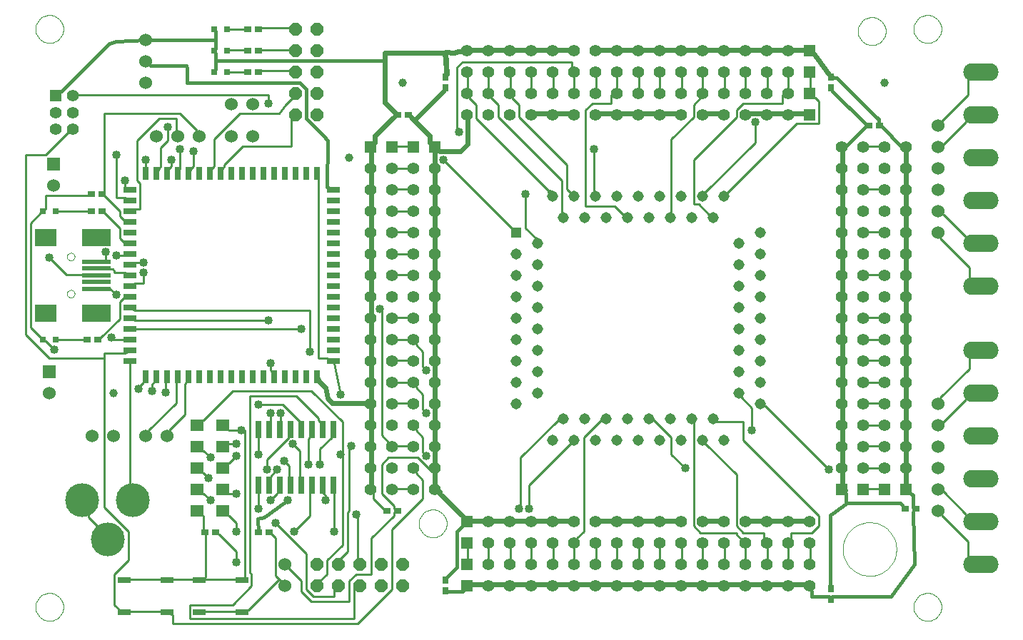
<source format=gtl>
G75*
G70*
%OFA0B0*%
%FSLAX24Y24*%
%IPPOS*%
%LPD*%
%AMOC8*
5,1,8,0,0,1.08239X$1,22.5*
%
%ADD10C,0.0000*%
%ADD11R,0.0515X0.0515*%
%ADD12C,0.0515*%
%ADD13R,0.0554X0.0554*%
%ADD14C,0.0554*%
%ADD15R,0.0354X0.0276*%
%ADD16R,0.0276X0.0354*%
%ADD17R,0.0315X0.0315*%
%ADD18R,0.0600X0.0300*%
%ADD19R,0.0300X0.0600*%
%ADD20R,0.0984X0.0787*%
%ADD21R,0.1378X0.0787*%
%ADD22R,0.1378X0.0197*%
%ADD23C,0.1580*%
%ADD24C,0.0394*%
%ADD25C,0.0600*%
%ADD26O,0.1650X0.0825*%
%ADD27R,0.0600X0.0600*%
%ADD28R,0.0260X0.0800*%
%ADD29OC8,0.0600*%
%ADD30R,0.0630X0.0551*%
%ADD31C,0.0100*%
%ADD32C,0.0400*%
%ADD33C,0.0240*%
%ADD34C,0.0160*%
D10*
X001864Y001833D02*
X001867Y001892D01*
X001875Y001951D01*
X001888Y002008D01*
X001907Y002065D01*
X001930Y002119D01*
X001959Y002171D01*
X001992Y002220D01*
X002029Y002266D01*
X002070Y002308D01*
X002115Y002346D01*
X002164Y002381D01*
X002215Y002410D01*
X002269Y002435D01*
X002324Y002455D01*
X002382Y002469D01*
X002440Y002479D01*
X002499Y002483D01*
X002558Y002481D01*
X002617Y002475D01*
X002675Y002463D01*
X002732Y002445D01*
X002786Y002423D01*
X002839Y002396D01*
X002889Y002364D01*
X002936Y002328D01*
X002979Y002287D01*
X003018Y002243D01*
X003053Y002196D01*
X003084Y002145D01*
X003110Y002092D01*
X003131Y002037D01*
X003147Y001980D01*
X003158Y001922D01*
X003163Y001863D01*
X003163Y001803D01*
X003158Y001744D01*
X003147Y001686D01*
X003131Y001629D01*
X003110Y001574D01*
X003084Y001521D01*
X003053Y001470D01*
X003018Y001423D01*
X002979Y001379D01*
X002936Y001338D01*
X002889Y001302D01*
X002839Y001270D01*
X002786Y001243D01*
X002732Y001221D01*
X002675Y001203D01*
X002617Y001191D01*
X002558Y001185D01*
X002499Y001183D01*
X002440Y001187D01*
X002382Y001197D01*
X002324Y001211D01*
X002269Y001231D01*
X002215Y001256D01*
X002164Y001285D01*
X002115Y001320D01*
X002070Y001358D01*
X002029Y001400D01*
X001992Y001446D01*
X001959Y001495D01*
X001930Y001547D01*
X001907Y001601D01*
X001888Y001658D01*
X001875Y001715D01*
X001867Y001774D01*
X001864Y001833D01*
X019764Y005733D02*
X019767Y005792D01*
X019775Y005851D01*
X019788Y005908D01*
X019807Y005965D01*
X019830Y006019D01*
X019859Y006071D01*
X019892Y006120D01*
X019929Y006166D01*
X019970Y006208D01*
X020015Y006246D01*
X020064Y006281D01*
X020115Y006310D01*
X020169Y006335D01*
X020224Y006355D01*
X020282Y006369D01*
X020340Y006379D01*
X020399Y006383D01*
X020458Y006381D01*
X020517Y006375D01*
X020575Y006363D01*
X020632Y006345D01*
X020686Y006323D01*
X020739Y006296D01*
X020789Y006264D01*
X020836Y006228D01*
X020879Y006187D01*
X020918Y006143D01*
X020953Y006096D01*
X020984Y006045D01*
X021010Y005992D01*
X021031Y005937D01*
X021047Y005880D01*
X021058Y005822D01*
X021063Y005763D01*
X021063Y005703D01*
X021058Y005644D01*
X021047Y005586D01*
X021031Y005529D01*
X021010Y005474D01*
X020984Y005421D01*
X020953Y005370D01*
X020918Y005323D01*
X020879Y005279D01*
X020836Y005238D01*
X020789Y005202D01*
X020739Y005170D01*
X020686Y005143D01*
X020632Y005121D01*
X020575Y005103D01*
X020517Y005091D01*
X020458Y005085D01*
X020399Y005083D01*
X020340Y005087D01*
X020282Y005097D01*
X020224Y005111D01*
X020169Y005131D01*
X020115Y005156D01*
X020064Y005185D01*
X020015Y005220D01*
X019970Y005258D01*
X019929Y005300D01*
X019892Y005346D01*
X019859Y005395D01*
X019830Y005447D01*
X019807Y005501D01*
X019788Y005558D01*
X019775Y005615D01*
X019767Y005674D01*
X019764Y005733D01*
X003337Y016466D02*
X003339Y016493D01*
X003345Y016519D01*
X003355Y016545D01*
X003369Y016568D01*
X003386Y016589D01*
X003407Y016607D01*
X003429Y016621D01*
X003454Y016633D01*
X003480Y016640D01*
X003507Y016643D01*
X003534Y016642D01*
X003561Y016637D01*
X003586Y016628D01*
X003610Y016615D01*
X003632Y016598D01*
X003651Y016579D01*
X003666Y016556D01*
X003678Y016532D01*
X003686Y016506D01*
X003690Y016480D01*
X003690Y016452D01*
X003686Y016426D01*
X003678Y016400D01*
X003666Y016376D01*
X003651Y016353D01*
X003632Y016334D01*
X003610Y016317D01*
X003586Y016304D01*
X003561Y016295D01*
X003534Y016290D01*
X003507Y016289D01*
X003480Y016292D01*
X003454Y016299D01*
X003429Y016311D01*
X003407Y016325D01*
X003386Y016343D01*
X003369Y016364D01*
X003355Y016387D01*
X003345Y016413D01*
X003339Y016439D01*
X003337Y016466D01*
X003337Y018199D02*
X003339Y018226D01*
X003345Y018252D01*
X003355Y018278D01*
X003369Y018301D01*
X003386Y018322D01*
X003407Y018340D01*
X003429Y018354D01*
X003454Y018366D01*
X003480Y018373D01*
X003507Y018376D01*
X003534Y018375D01*
X003561Y018370D01*
X003586Y018361D01*
X003610Y018348D01*
X003632Y018331D01*
X003651Y018312D01*
X003666Y018289D01*
X003678Y018265D01*
X003686Y018239D01*
X003690Y018213D01*
X003690Y018185D01*
X003686Y018159D01*
X003678Y018133D01*
X003666Y018109D01*
X003651Y018086D01*
X003632Y018067D01*
X003610Y018050D01*
X003586Y018037D01*
X003561Y018028D01*
X003534Y018023D01*
X003507Y018022D01*
X003480Y018025D01*
X003454Y018032D01*
X003429Y018044D01*
X003407Y018058D01*
X003386Y018076D01*
X003369Y018097D01*
X003355Y018120D01*
X003345Y018146D01*
X003339Y018172D01*
X003337Y018199D01*
X001864Y028833D02*
X001867Y028892D01*
X001875Y028951D01*
X001888Y029008D01*
X001907Y029065D01*
X001930Y029119D01*
X001959Y029171D01*
X001992Y029220D01*
X002029Y029266D01*
X002070Y029308D01*
X002115Y029346D01*
X002164Y029381D01*
X002215Y029410D01*
X002269Y029435D01*
X002324Y029455D01*
X002382Y029469D01*
X002440Y029479D01*
X002499Y029483D01*
X002558Y029481D01*
X002617Y029475D01*
X002675Y029463D01*
X002732Y029445D01*
X002786Y029423D01*
X002839Y029396D01*
X002889Y029364D01*
X002936Y029328D01*
X002979Y029287D01*
X003018Y029243D01*
X003053Y029196D01*
X003084Y029145D01*
X003110Y029092D01*
X003131Y029037D01*
X003147Y028980D01*
X003158Y028922D01*
X003163Y028863D01*
X003163Y028803D01*
X003158Y028744D01*
X003147Y028686D01*
X003131Y028629D01*
X003110Y028574D01*
X003084Y028521D01*
X003053Y028470D01*
X003018Y028423D01*
X002979Y028379D01*
X002936Y028338D01*
X002889Y028302D01*
X002839Y028270D01*
X002786Y028243D01*
X002732Y028221D01*
X002675Y028203D01*
X002617Y028191D01*
X002558Y028185D01*
X002499Y028183D01*
X002440Y028187D01*
X002382Y028197D01*
X002324Y028211D01*
X002269Y028231D01*
X002215Y028256D01*
X002164Y028285D01*
X002115Y028320D01*
X002070Y028358D01*
X002029Y028400D01*
X001992Y028446D01*
X001959Y028495D01*
X001930Y028547D01*
X001907Y028601D01*
X001888Y028658D01*
X001875Y028715D01*
X001867Y028774D01*
X001864Y028833D01*
X040264Y028733D02*
X040267Y028792D01*
X040275Y028851D01*
X040288Y028908D01*
X040307Y028965D01*
X040330Y029019D01*
X040359Y029071D01*
X040392Y029120D01*
X040429Y029166D01*
X040470Y029208D01*
X040515Y029246D01*
X040564Y029281D01*
X040615Y029310D01*
X040669Y029335D01*
X040724Y029355D01*
X040782Y029369D01*
X040840Y029379D01*
X040899Y029383D01*
X040958Y029381D01*
X041017Y029375D01*
X041075Y029363D01*
X041132Y029345D01*
X041186Y029323D01*
X041239Y029296D01*
X041289Y029264D01*
X041336Y029228D01*
X041379Y029187D01*
X041418Y029143D01*
X041453Y029096D01*
X041484Y029045D01*
X041510Y028992D01*
X041531Y028937D01*
X041547Y028880D01*
X041558Y028822D01*
X041563Y028763D01*
X041563Y028703D01*
X041558Y028644D01*
X041547Y028586D01*
X041531Y028529D01*
X041510Y028474D01*
X041484Y028421D01*
X041453Y028370D01*
X041418Y028323D01*
X041379Y028279D01*
X041336Y028238D01*
X041289Y028202D01*
X041239Y028170D01*
X041186Y028143D01*
X041132Y028121D01*
X041075Y028103D01*
X041017Y028091D01*
X040958Y028085D01*
X040899Y028083D01*
X040840Y028087D01*
X040782Y028097D01*
X040724Y028111D01*
X040669Y028131D01*
X040615Y028156D01*
X040564Y028185D01*
X040515Y028220D01*
X040470Y028258D01*
X040429Y028300D01*
X040392Y028346D01*
X040359Y028395D01*
X040330Y028447D01*
X040307Y028501D01*
X040288Y028558D01*
X040275Y028615D01*
X040267Y028674D01*
X040264Y028733D01*
X042864Y028833D02*
X042867Y028892D01*
X042875Y028951D01*
X042888Y029008D01*
X042907Y029065D01*
X042930Y029119D01*
X042959Y029171D01*
X042992Y029220D01*
X043029Y029266D01*
X043070Y029308D01*
X043115Y029346D01*
X043164Y029381D01*
X043215Y029410D01*
X043269Y029435D01*
X043324Y029455D01*
X043382Y029469D01*
X043440Y029479D01*
X043499Y029483D01*
X043558Y029481D01*
X043617Y029475D01*
X043675Y029463D01*
X043732Y029445D01*
X043786Y029423D01*
X043839Y029396D01*
X043889Y029364D01*
X043936Y029328D01*
X043979Y029287D01*
X044018Y029243D01*
X044053Y029196D01*
X044084Y029145D01*
X044110Y029092D01*
X044131Y029037D01*
X044147Y028980D01*
X044158Y028922D01*
X044163Y028863D01*
X044163Y028803D01*
X044158Y028744D01*
X044147Y028686D01*
X044131Y028629D01*
X044110Y028574D01*
X044084Y028521D01*
X044053Y028470D01*
X044018Y028423D01*
X043979Y028379D01*
X043936Y028338D01*
X043889Y028302D01*
X043839Y028270D01*
X043786Y028243D01*
X043732Y028221D01*
X043675Y028203D01*
X043617Y028191D01*
X043558Y028185D01*
X043499Y028183D01*
X043440Y028187D01*
X043382Y028197D01*
X043324Y028211D01*
X043269Y028231D01*
X043215Y028256D01*
X043164Y028285D01*
X043115Y028320D01*
X043070Y028358D01*
X043029Y028400D01*
X042992Y028446D01*
X042959Y028495D01*
X042930Y028547D01*
X042907Y028601D01*
X042888Y028658D01*
X042875Y028715D01*
X042867Y028774D01*
X042864Y028833D01*
X039564Y004533D02*
X039569Y004647D01*
X039585Y004759D01*
X039610Y004870D01*
X039646Y004978D01*
X039691Y005083D01*
X039746Y005182D01*
X039809Y005277D01*
X039881Y005365D01*
X039961Y005447D01*
X040047Y005520D01*
X040140Y005586D01*
X040239Y005643D01*
X040342Y005691D01*
X040449Y005729D01*
X040560Y005757D01*
X040672Y005775D01*
X040786Y005783D01*
X040899Y005780D01*
X041012Y005767D01*
X041124Y005744D01*
X041233Y005711D01*
X041338Y005668D01*
X041439Y005616D01*
X041535Y005554D01*
X041625Y005484D01*
X041708Y005407D01*
X041784Y005322D01*
X041851Y005230D01*
X041910Y005133D01*
X041961Y005031D01*
X042001Y004925D01*
X042032Y004815D01*
X042052Y004703D01*
X042063Y004590D01*
X042063Y004476D01*
X042052Y004363D01*
X042032Y004251D01*
X042001Y004141D01*
X041961Y004035D01*
X041910Y003933D01*
X041851Y003836D01*
X041784Y003744D01*
X041708Y003659D01*
X041625Y003582D01*
X041535Y003512D01*
X041439Y003450D01*
X041338Y003398D01*
X041233Y003355D01*
X041124Y003322D01*
X041012Y003299D01*
X040899Y003286D01*
X040786Y003283D01*
X040672Y003291D01*
X040560Y003309D01*
X040449Y003337D01*
X040342Y003375D01*
X040239Y003423D01*
X040140Y003480D01*
X040047Y003546D01*
X039961Y003619D01*
X039881Y003701D01*
X039809Y003789D01*
X039746Y003884D01*
X039691Y003983D01*
X039646Y004088D01*
X039610Y004196D01*
X039585Y004307D01*
X039569Y004419D01*
X039564Y004533D01*
X042864Y001833D02*
X042867Y001892D01*
X042875Y001951D01*
X042888Y002008D01*
X042907Y002065D01*
X042930Y002119D01*
X042959Y002171D01*
X042992Y002220D01*
X043029Y002266D01*
X043070Y002308D01*
X043115Y002346D01*
X043164Y002381D01*
X043215Y002410D01*
X043269Y002435D01*
X043324Y002455D01*
X043382Y002469D01*
X043440Y002479D01*
X043499Y002483D01*
X043558Y002481D01*
X043617Y002475D01*
X043675Y002463D01*
X043732Y002445D01*
X043786Y002423D01*
X043839Y002396D01*
X043889Y002364D01*
X043936Y002328D01*
X043979Y002287D01*
X044018Y002243D01*
X044053Y002196D01*
X044084Y002145D01*
X044110Y002092D01*
X044131Y002037D01*
X044147Y001980D01*
X044158Y001922D01*
X044163Y001863D01*
X044163Y001803D01*
X044158Y001744D01*
X044147Y001686D01*
X044131Y001629D01*
X044110Y001574D01*
X044084Y001521D01*
X044053Y001470D01*
X044018Y001423D01*
X043979Y001379D01*
X043936Y001338D01*
X043889Y001302D01*
X043839Y001270D01*
X043786Y001243D01*
X043732Y001221D01*
X043675Y001203D01*
X043617Y001191D01*
X043558Y001185D01*
X043499Y001183D01*
X043440Y001187D01*
X043382Y001197D01*
X043324Y001211D01*
X043269Y001231D01*
X043215Y001256D01*
X043164Y001285D01*
X043115Y001320D01*
X043070Y001358D01*
X043029Y001400D01*
X042992Y001446D01*
X042959Y001495D01*
X042930Y001547D01*
X042907Y001601D01*
X042888Y001658D01*
X042875Y001715D01*
X042867Y001774D01*
X042864Y001833D01*
D11*
X024314Y019333D03*
D12*
X025314Y018833D03*
X024314Y018333D03*
X025314Y017833D03*
X024314Y017333D03*
X025314Y016833D03*
X024314Y016333D03*
X025314Y015833D03*
X024314Y015333D03*
X025314Y014833D03*
X024314Y014333D03*
X025314Y013833D03*
X024314Y013333D03*
X025314Y012833D03*
X024314Y012333D03*
X025314Y011833D03*
X024314Y011333D03*
X026514Y010633D03*
X027514Y010633D03*
X028514Y010633D03*
X029514Y010633D03*
X030514Y010633D03*
X031514Y010633D03*
X032514Y010633D03*
X033514Y010633D03*
X033014Y009633D03*
X032014Y009633D03*
X031014Y009633D03*
X030014Y009633D03*
X029014Y009633D03*
X028014Y009633D03*
X027014Y009633D03*
X026014Y009633D03*
X034014Y009633D03*
X035714Y011333D03*
X034714Y011833D03*
X035714Y012333D03*
X034714Y012833D03*
X035714Y013333D03*
X034714Y013833D03*
X035714Y014333D03*
X034714Y014833D03*
X035714Y015333D03*
X034714Y015833D03*
X035714Y016333D03*
X034714Y016833D03*
X035714Y017333D03*
X034714Y017833D03*
X035714Y018333D03*
X034714Y018833D03*
X035714Y019333D03*
X033514Y020033D03*
X032514Y020033D03*
X031514Y020033D03*
X030514Y020033D03*
X029514Y020033D03*
X028514Y020033D03*
X027514Y020033D03*
X026514Y020033D03*
X026014Y021033D03*
X027014Y021033D03*
X028014Y021033D03*
X029014Y021033D03*
X030014Y021033D03*
X031014Y021033D03*
X032014Y021033D03*
X033014Y021033D03*
X034014Y021033D03*
D13*
X038014Y024833D03*
X038014Y025833D03*
X038014Y026833D03*
X038014Y027833D03*
X020514Y023333D03*
X019514Y023333D03*
X018514Y023333D03*
X017514Y023333D03*
X002820Y025720D03*
X022014Y005833D03*
X022014Y004833D03*
X022014Y003833D03*
X022014Y002833D03*
X039514Y007333D03*
X040514Y007333D03*
X041514Y007333D03*
X042514Y007333D03*
D14*
X042514Y008333D03*
X041514Y008333D03*
X040514Y008333D03*
X039514Y008333D03*
X039514Y009333D03*
X040514Y009333D03*
X041514Y009333D03*
X042514Y009333D03*
X042514Y010333D03*
X041514Y010333D03*
X040514Y010333D03*
X039514Y010333D03*
X039514Y011333D03*
X040514Y011333D03*
X041514Y011333D03*
X042514Y011333D03*
X042514Y012333D03*
X041514Y012333D03*
X040514Y012333D03*
X039514Y012333D03*
X039514Y013333D03*
X040514Y013333D03*
X041514Y013333D03*
X042514Y013333D03*
X042514Y014333D03*
X041514Y014333D03*
X040514Y014333D03*
X039514Y014333D03*
X039514Y015333D03*
X040514Y015333D03*
X041514Y015333D03*
X042514Y015333D03*
X042514Y016333D03*
X041514Y016333D03*
X040514Y016333D03*
X039514Y016333D03*
X039514Y017333D03*
X040514Y017333D03*
X041514Y017333D03*
X042514Y017333D03*
X042514Y018333D03*
X041514Y018333D03*
X040514Y018333D03*
X039514Y018333D03*
X039514Y019333D03*
X040514Y019333D03*
X041514Y019333D03*
X042514Y019333D03*
X042514Y020333D03*
X041514Y020333D03*
X040514Y020333D03*
X039514Y020333D03*
X039514Y021333D03*
X040514Y021333D03*
X041514Y021333D03*
X042514Y021333D03*
X042514Y022333D03*
X041514Y022333D03*
X040514Y022333D03*
X039514Y022333D03*
X039514Y023333D03*
X040514Y023333D03*
X041514Y023333D03*
X042514Y023333D03*
X037014Y024833D03*
X036014Y024833D03*
X035014Y024833D03*
X034014Y024833D03*
X033014Y024833D03*
X032014Y024833D03*
X031014Y024833D03*
X030014Y024833D03*
X029014Y024833D03*
X028014Y024833D03*
X027014Y024833D03*
X026014Y024833D03*
X025014Y024833D03*
X024014Y024833D03*
X023014Y024833D03*
X022014Y024833D03*
X022014Y025833D03*
X023014Y025833D03*
X024014Y025833D03*
X025014Y025833D03*
X026014Y025833D03*
X027014Y025833D03*
X028014Y025833D03*
X029014Y025833D03*
X030014Y025833D03*
X031014Y025833D03*
X032014Y025833D03*
X033014Y025833D03*
X034014Y025833D03*
X035014Y025833D03*
X036014Y025833D03*
X037014Y025833D03*
X037014Y026833D03*
X036014Y026833D03*
X035014Y026833D03*
X034014Y026833D03*
X033014Y026833D03*
X032014Y026833D03*
X031014Y026833D03*
X030014Y026833D03*
X029014Y026833D03*
X028014Y026833D03*
X027014Y026833D03*
X026014Y026833D03*
X025014Y026833D03*
X024014Y026833D03*
X023014Y026833D03*
X022014Y026833D03*
X022014Y027833D03*
X023014Y027833D03*
X024014Y027833D03*
X025014Y027833D03*
X026014Y027833D03*
X027014Y027833D03*
X028014Y027833D03*
X029014Y027833D03*
X030014Y027833D03*
X031014Y027833D03*
X032014Y027833D03*
X033014Y027833D03*
X034014Y027833D03*
X035014Y027833D03*
X036014Y027833D03*
X037014Y027833D03*
X020514Y022333D03*
X019514Y022333D03*
X018514Y022333D03*
X017514Y022333D03*
X017514Y021333D03*
X018514Y021333D03*
X019514Y021333D03*
X020514Y021333D03*
X020514Y020333D03*
X019514Y020333D03*
X018514Y020333D03*
X017514Y020333D03*
X017514Y019333D03*
X018514Y019333D03*
X019514Y019333D03*
X020514Y019333D03*
X020514Y018333D03*
X019514Y018333D03*
X018514Y018333D03*
X017514Y018333D03*
X017514Y017333D03*
X018514Y017333D03*
X019514Y017333D03*
X020514Y017333D03*
X020514Y016333D03*
X019514Y016333D03*
X018514Y016333D03*
X017514Y016333D03*
X017514Y015333D03*
X018514Y015333D03*
X019514Y015333D03*
X020514Y015333D03*
X020514Y014333D03*
X019514Y014333D03*
X018514Y014333D03*
X017514Y014333D03*
X017514Y013333D03*
X018514Y013333D03*
X019514Y013333D03*
X020514Y013333D03*
X020514Y012333D03*
X019514Y012333D03*
X018514Y012333D03*
X017514Y012333D03*
X017514Y011333D03*
X018514Y011333D03*
X019514Y011333D03*
X020514Y011333D03*
X020514Y010333D03*
X019514Y010333D03*
X018514Y010333D03*
X017514Y010333D03*
X017514Y009333D03*
X018514Y009333D03*
X019514Y009333D03*
X020514Y009333D03*
X020514Y008333D03*
X019514Y008333D03*
X018514Y008333D03*
X017514Y008333D03*
X017514Y007333D03*
X018514Y007333D03*
X019514Y007333D03*
X020514Y007333D03*
X023014Y005833D03*
X024014Y005833D03*
X025014Y005833D03*
X026014Y005833D03*
X027014Y005833D03*
X028014Y005833D03*
X029014Y005833D03*
X030014Y005833D03*
X031014Y005833D03*
X032014Y005833D03*
X033014Y005833D03*
X034014Y005833D03*
X035014Y005833D03*
X036014Y005833D03*
X037014Y005833D03*
X038014Y005833D03*
X038014Y004833D03*
X037014Y004833D03*
X036014Y004833D03*
X035014Y004833D03*
X034014Y004833D03*
X033014Y004833D03*
X032014Y004833D03*
X031014Y004833D03*
X030014Y004833D03*
X029014Y004833D03*
X028014Y004833D03*
X027014Y004833D03*
X026014Y004833D03*
X025014Y004833D03*
X024014Y004833D03*
X023014Y004833D03*
X023014Y003833D03*
X024014Y003833D03*
X025014Y003833D03*
X026014Y003833D03*
X027014Y003833D03*
X028014Y003833D03*
X029014Y003833D03*
X030014Y003833D03*
X031014Y003833D03*
X032014Y003833D03*
X033014Y003833D03*
X034014Y003833D03*
X035014Y003833D03*
X036014Y003833D03*
X037014Y003833D03*
X038014Y003833D03*
X038014Y002833D03*
X037014Y002833D03*
X036014Y002833D03*
X035014Y002833D03*
X034014Y002833D03*
X033014Y002833D03*
X032014Y002833D03*
X031014Y002833D03*
X030014Y002833D03*
X029014Y002833D03*
X028014Y002833D03*
X027014Y002833D03*
X026014Y002833D03*
X025014Y002833D03*
X024014Y002833D03*
X023014Y002833D03*
X003608Y024145D03*
X002820Y024145D03*
X002820Y024933D03*
X003608Y024933D03*
X003608Y025720D03*
D15*
X004458Y021133D03*
X004970Y021133D03*
X004970Y020333D03*
X004458Y020333D03*
X004258Y014333D03*
X004770Y014333D03*
X018258Y006333D03*
X018770Y006333D03*
X012770Y005333D03*
X012258Y005333D03*
X010270Y005333D03*
X009758Y005333D03*
X040758Y024333D03*
X041270Y024333D03*
X019270Y024833D03*
X018758Y024833D03*
X012270Y026833D03*
X011758Y026833D03*
X011758Y027833D03*
X012270Y027833D03*
X012270Y028833D03*
X011758Y028833D03*
X042458Y006433D03*
X042970Y006433D03*
D16*
X039014Y002689D03*
X039014Y002177D03*
X021014Y002577D03*
X021014Y003089D03*
X021014Y026077D03*
X021014Y026589D03*
X039014Y026589D03*
X039014Y026077D03*
D17*
X010809Y026833D03*
X010219Y026833D03*
X010219Y027833D03*
X010809Y027833D03*
X010809Y028833D03*
X010219Y028833D03*
X002809Y020333D03*
X002219Y020333D03*
X002219Y014333D03*
X002809Y014333D03*
D18*
X006264Y014333D03*
X006264Y013833D03*
X006264Y013333D03*
X006264Y014833D03*
X006264Y015333D03*
X006264Y015833D03*
X006264Y016333D03*
X006264Y016833D03*
X006264Y017333D03*
X006264Y017833D03*
X006264Y018333D03*
X006264Y018833D03*
X006264Y019333D03*
X006264Y019833D03*
X006264Y020333D03*
X006264Y020833D03*
X006264Y021333D03*
X015764Y021333D03*
X015764Y020833D03*
X015764Y020333D03*
X015764Y019833D03*
X015764Y019333D03*
X015764Y018833D03*
X015764Y018333D03*
X015764Y017833D03*
X015764Y017333D03*
X015764Y016833D03*
X015764Y016333D03*
X015764Y015833D03*
X015764Y015333D03*
X015764Y014833D03*
X015764Y014333D03*
X015764Y013833D03*
X015764Y013333D03*
X011514Y003083D03*
X011514Y001583D03*
X009514Y001583D03*
X008014Y001583D03*
X008014Y003083D03*
X009514Y003083D03*
X006014Y003083D03*
X006014Y001583D03*
D19*
X007014Y012583D03*
X007514Y012583D03*
X008014Y012583D03*
X008514Y012583D03*
X009014Y012583D03*
X009514Y012583D03*
X010014Y012583D03*
X010514Y012583D03*
X011014Y012583D03*
X011514Y012583D03*
X012014Y012583D03*
X012514Y012583D03*
X013014Y012583D03*
X013514Y012583D03*
X014014Y012583D03*
X014514Y012583D03*
X015014Y012583D03*
X015014Y022083D03*
X014514Y022083D03*
X014014Y022083D03*
X013514Y022083D03*
X013014Y022083D03*
X012514Y022083D03*
X012014Y022083D03*
X011514Y022083D03*
X011014Y022083D03*
X010514Y022083D03*
X010014Y022083D03*
X009514Y022083D03*
X009014Y022083D03*
X008514Y022083D03*
X008014Y022083D03*
X007514Y022083D03*
X007014Y022083D03*
D20*
X002333Y019104D03*
X002333Y015561D03*
D21*
X004695Y015561D03*
X004695Y019104D03*
D22*
X004699Y017966D03*
X004695Y017648D03*
X004695Y017333D03*
X004695Y017018D03*
X004695Y016703D03*
D23*
X004046Y006833D03*
X006408Y006833D03*
X005227Y004982D03*
D24*
X005514Y011833D03*
X016514Y022833D03*
X019014Y026333D03*
X041514Y026333D03*
D25*
X044014Y024333D03*
X044014Y023333D03*
X044014Y022333D03*
X044014Y021333D03*
X044014Y020333D03*
X044014Y019333D03*
X044014Y011333D03*
X044014Y010333D03*
X044014Y009333D03*
X044014Y008333D03*
X044014Y007333D03*
X044014Y006333D03*
X013514Y003833D03*
X013514Y002833D03*
X008014Y009833D03*
X007014Y009833D03*
X005514Y009833D03*
X004514Y009833D03*
X002514Y011833D03*
X002714Y021533D03*
X007514Y023833D03*
X008514Y023833D03*
X009514Y023833D03*
X011014Y023833D03*
X012014Y023833D03*
X012014Y025333D03*
X011014Y025333D03*
X007014Y026333D03*
X007014Y027333D03*
X007014Y028333D03*
D26*
X046014Y026833D03*
X046014Y024833D03*
X046014Y022833D03*
X046014Y020833D03*
X046014Y018833D03*
X046014Y016833D03*
X046014Y013833D03*
X046014Y011833D03*
X046014Y009833D03*
X046014Y007833D03*
X046014Y005833D03*
X046014Y003833D03*
D27*
X002714Y022533D03*
X002514Y012833D03*
D28*
X012264Y010138D03*
X012764Y010138D03*
X013264Y010138D03*
X013764Y010138D03*
X014264Y010138D03*
X014764Y010138D03*
X015264Y010138D03*
X015764Y010138D03*
X015764Y007528D03*
X015264Y007528D03*
X014764Y007528D03*
X014264Y007528D03*
X013764Y007528D03*
X013264Y007528D03*
X012764Y007528D03*
X012264Y007528D03*
D29*
X015014Y003833D03*
X016014Y003833D03*
X017014Y003833D03*
X018014Y003833D03*
X019014Y003833D03*
X019014Y002833D03*
X018014Y002833D03*
X017014Y002833D03*
X016014Y002833D03*
X015014Y002833D03*
X015014Y024833D03*
X014014Y024833D03*
X014014Y025833D03*
X015014Y025833D03*
X015014Y026833D03*
X014014Y026833D03*
X014014Y027833D03*
X015014Y027833D03*
X015014Y028833D03*
X014014Y028833D03*
D30*
X010605Y010333D03*
X009423Y010333D03*
X009423Y009333D03*
X010605Y009333D03*
X010605Y008333D03*
X009423Y008333D03*
X009423Y007333D03*
X010605Y007333D03*
X010605Y006333D03*
X009423Y006333D03*
D31*
X009714Y006093D01*
X009714Y005453D01*
X009758Y005333D01*
X009794Y005213D01*
X009794Y003213D01*
X009514Y003083D01*
X009794Y003133D01*
X011234Y003133D01*
X011514Y003083D01*
X011634Y003213D01*
X011634Y010093D01*
X011474Y010093D01*
X010914Y010093D01*
X010605Y010333D01*
X009714Y010573D02*
X009423Y010333D01*
X009714Y010573D02*
X011074Y011933D01*
X014754Y011933D01*
X016194Y010493D01*
X016194Y008973D01*
X016114Y008973D01*
X016194Y008973D02*
X016194Y004733D01*
X015474Y004013D01*
X015474Y003373D01*
X015154Y003053D01*
X015014Y002833D01*
X014514Y002653D02*
X014834Y002333D01*
X015794Y002333D01*
X015794Y002653D01*
X016014Y002833D01*
X016514Y003053D02*
X016834Y003373D01*
X017554Y003373D01*
X017554Y005053D01*
X018594Y006093D01*
X018594Y006253D01*
X018770Y006333D01*
X018594Y006413D01*
X018594Y006573D01*
X018034Y007133D01*
X018034Y008493D01*
X018354Y008813D01*
X019714Y008813D01*
X020274Y008253D01*
X020514Y008333D01*
X020114Y008893D02*
X019954Y009053D01*
X019954Y009773D01*
X019634Y010093D01*
X019514Y010333D01*
X020114Y010893D02*
X019954Y011053D01*
X019954Y011773D01*
X019634Y012093D01*
X019514Y012333D01*
X018514Y012333D01*
X018754Y011373D02*
X018514Y011333D01*
X018754Y011373D02*
X019314Y011373D01*
X019514Y011333D01*
X020114Y012893D02*
X019954Y013053D01*
X019954Y013773D01*
X019634Y014093D01*
X019514Y014333D01*
X018514Y014333D01*
X018754Y013373D02*
X018514Y013333D01*
X018754Y013373D02*
X019314Y013373D01*
X019514Y013333D01*
X019514Y015333D02*
X019314Y015373D01*
X018754Y015373D01*
X018514Y015333D01*
X018034Y015693D02*
X018034Y009853D01*
X018354Y009533D01*
X018514Y009333D01*
X018754Y009373D01*
X019314Y009373D01*
X019514Y009333D01*
X019514Y008333D02*
X019634Y008093D01*
X019954Y007773D01*
X019954Y006893D01*
X018514Y005453D01*
X018514Y002653D01*
X016914Y001053D01*
X008274Y001053D01*
X008274Y001453D01*
X008014Y001583D01*
X007794Y001613D01*
X006274Y001613D01*
X006014Y001583D01*
X005794Y001693D01*
X005554Y001933D01*
X005554Y003373D01*
X006194Y004013D01*
X006194Y005373D01*
X005074Y006493D01*
X005074Y013453D01*
X002514Y013453D01*
X001394Y014573D01*
X001394Y022973D01*
X002354Y022973D01*
X003394Y024013D01*
X003608Y024145D01*
X005074Y024893D02*
X005074Y021213D01*
X004970Y021133D01*
X005074Y021053D01*
X005794Y020333D01*
X005794Y020093D01*
X006034Y019853D01*
X006264Y019833D01*
X006264Y020333D02*
X006514Y020413D01*
X006754Y020413D01*
X006754Y021613D01*
X006594Y021773D01*
X006594Y023613D01*
X007634Y024653D01*
X008434Y024653D01*
X008434Y024093D01*
X008514Y023833D01*
X008034Y023613D02*
X007714Y023293D01*
X007714Y022413D01*
X007634Y022333D01*
X007514Y022083D01*
X007014Y022083D02*
X006994Y022333D01*
X006994Y022733D01*
X008114Y022333D02*
X008014Y022083D01*
X008114Y022333D02*
X008194Y022413D01*
X008194Y022733D01*
X008594Y022333D02*
X008514Y022083D01*
X008594Y022333D02*
X008594Y023213D01*
X009234Y023133D02*
X009234Y022413D01*
X009154Y022333D01*
X009014Y022083D01*
X010014Y022083D02*
X010114Y022333D01*
X010194Y022413D01*
X010194Y023693D01*
X011394Y024893D01*
X013254Y024893D01*
X013554Y025293D01*
X013874Y025613D01*
X014014Y025833D01*
X012754Y025773D02*
X012754Y025373D01*
X012754Y025773D02*
X003874Y025773D01*
X003608Y025720D01*
X003074Y025933D02*
X002820Y025720D01*
X005074Y024893D02*
X008594Y024893D01*
X009394Y024093D01*
X009514Y023833D01*
X008034Y023613D02*
X008034Y024253D01*
X005634Y022973D02*
X005634Y020973D01*
X006034Y020973D01*
X006264Y020833D01*
X006264Y021333D02*
X006034Y021453D01*
X006034Y021773D01*
X004458Y021133D02*
X004354Y021053D01*
X002354Y021053D01*
X002354Y020413D01*
X002219Y020333D01*
X002114Y020253D01*
X001634Y019773D01*
X001634Y014893D01*
X002114Y014413D01*
X002219Y014333D01*
X002354Y014253D01*
X002754Y013853D01*
X002809Y014333D02*
X004258Y014333D01*
X004770Y014333D02*
X004914Y014413D01*
X005794Y015293D01*
X005794Y016093D01*
X006034Y016333D01*
X006264Y016333D01*
X006264Y016833D02*
X006514Y016973D01*
X006914Y016973D01*
X006914Y017453D01*
X006514Y017933D02*
X006264Y017833D01*
X006514Y017933D02*
X006914Y017933D01*
X006264Y018333D02*
X006034Y018253D01*
X005634Y018253D01*
X005154Y018413D02*
X005154Y018013D01*
X004699Y017966D01*
X004695Y017648D02*
X005314Y017613D01*
X005474Y017613D01*
X005554Y017533D01*
X005554Y017453D01*
X006034Y017453D01*
X006264Y017333D01*
X005634Y016413D02*
X005314Y016733D01*
X004695Y016703D01*
X004695Y017333D02*
X004034Y017373D01*
X003314Y017373D01*
X002514Y018173D01*
X002809Y020333D02*
X004458Y020333D01*
X004914Y020253D02*
X004970Y020333D01*
X005074Y020253D01*
X005794Y019533D01*
X005794Y019053D01*
X006034Y018813D01*
X006264Y018833D01*
X006264Y015833D02*
X006514Y015693D01*
X014674Y015693D01*
X014674Y013773D01*
X015074Y013453D02*
X015074Y021853D01*
X015014Y022083D01*
X013794Y023373D02*
X013794Y024653D01*
X014014Y024833D01*
X013794Y023373D02*
X011554Y023373D01*
X010674Y022493D01*
X010674Y022413D01*
X010594Y022333D01*
X010514Y022083D01*
X010914Y026813D02*
X010809Y026833D01*
X010914Y026813D02*
X011634Y026813D01*
X011758Y026833D01*
X012270Y026833D02*
X012434Y026893D01*
X013794Y026893D01*
X014014Y026833D01*
X014014Y027833D02*
X013794Y027853D01*
X012434Y027853D01*
X012270Y027833D01*
X011758Y027833D02*
X011634Y027853D01*
X010914Y027853D01*
X010809Y027833D01*
X010274Y027933D02*
X010219Y027833D01*
X010274Y027693D01*
X010274Y026973D02*
X010219Y026833D01*
X008954Y027033D02*
X008914Y027053D01*
X008914Y027133D01*
X010274Y028733D02*
X010219Y028833D01*
X010809Y028833D02*
X010914Y028813D01*
X011634Y028813D01*
X011758Y028833D01*
X012270Y028833D02*
X012434Y028893D01*
X013794Y028893D01*
X014014Y028833D01*
X018594Y024733D02*
X018758Y024833D01*
X019270Y024833D02*
X019394Y024733D01*
X019314Y023373D02*
X018754Y023373D01*
X018514Y023333D01*
X019314Y023373D02*
X019514Y023333D01*
X019514Y022333D02*
X018514Y022333D01*
X018754Y021373D02*
X018514Y021333D01*
X018754Y021373D02*
X019314Y021373D01*
X019514Y021333D01*
X019514Y020333D02*
X018514Y020333D01*
X018754Y019373D02*
X018514Y019333D01*
X018754Y019373D02*
X019314Y019373D01*
X019514Y019333D01*
X019514Y018333D02*
X018514Y018333D01*
X018754Y017373D02*
X018514Y017333D01*
X018754Y017373D02*
X019314Y017373D01*
X019514Y017333D01*
X017954Y015773D02*
X018034Y015693D01*
X014274Y014813D02*
X006514Y014813D01*
X006264Y014833D01*
X006514Y015213D02*
X006264Y015333D01*
X006514Y015213D02*
X012754Y015213D01*
X012834Y013213D02*
X012834Y012893D01*
X012914Y012813D01*
X013014Y012583D01*
X014034Y011693D02*
X011874Y011693D01*
X011874Y003453D01*
X011954Y003373D01*
X011954Y002813D01*
X011074Y001933D01*
X009074Y001933D01*
X009074Y001293D01*
X016754Y001293D01*
X016754Y002733D01*
X017014Y002833D01*
X016514Y003053D02*
X016514Y002093D01*
X014754Y002093D01*
X014274Y002573D01*
X014274Y003053D01*
X013714Y003613D01*
X013514Y003833D01*
X013074Y003293D02*
X013234Y003133D01*
X011794Y001693D01*
X011514Y001583D01*
X011234Y001613D01*
X009794Y001613D01*
X009514Y001583D01*
X009514Y003083D02*
X009234Y003133D01*
X008274Y003133D01*
X008014Y003083D01*
X007794Y003133D01*
X006274Y003133D01*
X006014Y003083D01*
X005227Y004982D02*
X004754Y005613D01*
X004354Y006013D01*
X004354Y006093D01*
X004046Y006833D01*
X006274Y007613D02*
X006408Y006833D01*
X006274Y007613D02*
X006274Y013213D01*
X006264Y013333D01*
X006034Y013693D02*
X006264Y013833D01*
X006034Y013693D02*
X005074Y013693D01*
X005074Y013453D01*
X005554Y014333D02*
X005394Y014413D01*
X005554Y014333D02*
X006264Y014333D01*
X007014Y012583D02*
X006914Y012333D01*
X006674Y012093D01*
X006674Y012013D01*
X007314Y011933D02*
X007314Y012253D01*
X007394Y012333D01*
X007514Y012583D01*
X008014Y012583D02*
X007954Y012333D01*
X007954Y011853D01*
X008434Y011373D02*
X008434Y012333D01*
X008514Y012583D01*
X008834Y012253D02*
X008834Y010813D01*
X008114Y010093D01*
X008014Y009833D01*
X007154Y010093D02*
X007014Y009833D01*
X007154Y010093D02*
X008434Y011373D01*
X008834Y012253D02*
X008914Y012333D01*
X009014Y012583D01*
X012274Y011293D02*
X013394Y011293D01*
X014194Y010493D01*
X014264Y010138D01*
X013764Y010138D02*
X013714Y009773D01*
X012674Y008733D01*
X012674Y008253D01*
X012834Y007933D02*
X013154Y008253D01*
X012834Y007933D02*
X012834Y007853D01*
X012764Y007528D01*
X012264Y007528D02*
X012274Y007133D01*
X012274Y006413D01*
X012834Y006813D02*
X013154Y007133D01*
X013264Y007528D01*
X013764Y007528D02*
X013714Y007853D01*
X013714Y008413D01*
X013474Y008653D01*
X014194Y009133D02*
X014194Y007853D01*
X014264Y007528D01*
X014764Y007528D02*
X014674Y007133D01*
X014674Y006093D01*
X013954Y005373D01*
X013074Y005053D02*
X013074Y003293D01*
X013234Y003133D02*
X013314Y003053D01*
X013514Y002833D01*
X014514Y002653D02*
X014514Y004333D01*
X013074Y005773D01*
X012770Y005333D02*
X012914Y005213D01*
X013074Y005053D01*
X011234Y005373D02*
X011234Y005773D01*
X010914Y006093D01*
X010605Y006333D01*
X010034Y006813D02*
X009714Y007133D01*
X009423Y007333D01*
X009954Y007853D02*
X009714Y008093D01*
X009423Y008333D01*
X010034Y008813D02*
X009714Y009133D01*
X009423Y009333D01*
X010605Y009333D02*
X010914Y009453D01*
X011234Y009453D01*
X011234Y008893D02*
X010914Y008573D01*
X010605Y008333D01*
X010605Y007333D02*
X010914Y007133D01*
X011234Y007133D01*
X010270Y005333D02*
X010434Y005213D01*
X011234Y004413D01*
X011234Y003933D01*
X016014Y003833D02*
X016114Y004093D01*
X016434Y004413D01*
X016434Y006253D01*
X016514Y006333D01*
X016514Y009293D01*
X016594Y009373D01*
X015714Y009773D02*
X015764Y010138D01*
X015714Y009773D02*
X015154Y009213D01*
X015154Y008493D01*
X014594Y008493D02*
X014594Y009693D01*
X014674Y009773D01*
X014764Y010138D01*
X015264Y010138D02*
X015154Y010493D01*
X015074Y010573D01*
X015074Y010653D01*
X014034Y011693D01*
X013314Y010893D02*
X013314Y010493D01*
X013264Y010138D01*
X012764Y010138D02*
X012834Y010493D01*
X012834Y010893D01*
X012264Y010138D02*
X012274Y009773D01*
X012274Y008973D01*
X013874Y009453D02*
X014194Y009133D01*
X015264Y007528D02*
X015314Y007133D01*
X015394Y007053D01*
X015394Y006813D01*
X015794Y007133D02*
X015764Y007528D01*
X015794Y007133D02*
X015794Y005373D01*
X016834Y006173D02*
X016914Y006093D01*
X016914Y004093D01*
X017014Y003833D01*
X018258Y006333D02*
X018114Y006413D01*
X017634Y006893D01*
X017634Y007133D01*
X017514Y007333D01*
X018514Y007333D02*
X018754Y007373D01*
X019314Y007373D01*
X019514Y007333D01*
X020754Y007213D02*
X020754Y007133D01*
X022014Y004833D02*
X022034Y004573D01*
X022034Y004093D01*
X022014Y003833D01*
X023014Y003833D02*
X022994Y004093D01*
X022994Y004573D01*
X023014Y004833D01*
X024014Y004833D02*
X024034Y004573D01*
X024034Y004093D01*
X024014Y003833D01*
X025014Y003833D02*
X024994Y004093D01*
X024994Y004573D01*
X025014Y004833D01*
X026014Y004833D02*
X026034Y004573D01*
X026034Y004093D01*
X026014Y003833D01*
X027014Y003833D02*
X026994Y004093D01*
X026994Y004573D01*
X027014Y004833D01*
X027154Y005053D01*
X027474Y005373D01*
X027474Y009773D01*
X028274Y010573D01*
X028514Y010633D01*
X027014Y009633D02*
X024914Y007533D01*
X024914Y006413D01*
X024514Y006573D02*
X024434Y006413D01*
X024514Y006573D02*
X024514Y008813D01*
X026274Y010573D01*
X026514Y010633D01*
X030514Y010633D02*
X030754Y010573D01*
X031554Y009773D01*
X031554Y008973D01*
X032194Y008333D01*
X033154Y009453D02*
X033014Y009633D01*
X033154Y009453D02*
X034594Y008013D01*
X034594Y005613D01*
X034914Y005293D01*
X035874Y005293D01*
X035874Y005053D01*
X036014Y004833D01*
X036034Y004573D01*
X036034Y004093D01*
X036014Y003833D01*
X035014Y003833D02*
X034994Y004093D01*
X034994Y004573D01*
X035014Y004833D01*
X034834Y004973D01*
X034594Y005213D01*
X034594Y005293D01*
X032914Y005293D01*
X032594Y005613D01*
X032594Y010413D01*
X032514Y010633D01*
X033514Y010633D02*
X033714Y010493D01*
X034914Y010493D01*
X034914Y009613D01*
X038434Y006093D01*
X038434Y005613D01*
X038114Y005293D01*
X037154Y005293D01*
X037154Y005053D01*
X037014Y004833D01*
X036994Y004573D01*
X036994Y004093D01*
X037014Y003833D01*
X038014Y003833D02*
X038034Y004093D01*
X038034Y004573D01*
X038014Y004833D01*
X038974Y002913D02*
X039014Y002689D01*
X039074Y002333D02*
X039014Y002177D01*
X038914Y002333D01*
X034014Y003833D02*
X034034Y004093D01*
X034034Y004573D01*
X034014Y004833D01*
X033014Y004833D02*
X032994Y004573D01*
X032994Y004093D01*
X033014Y003833D01*
X032014Y003833D02*
X032034Y004093D01*
X032034Y004573D01*
X032014Y004833D01*
X031014Y004833D02*
X030994Y004573D01*
X030994Y004093D01*
X031014Y003833D01*
X030014Y003833D02*
X030034Y004093D01*
X030034Y004573D01*
X030014Y004833D01*
X029014Y004833D02*
X028994Y004573D01*
X028994Y004093D01*
X029014Y003833D01*
X028014Y003833D02*
X028034Y004093D01*
X028034Y004573D01*
X028014Y004833D01*
X035314Y010093D02*
X035314Y011133D01*
X034834Y011613D01*
X034714Y011833D01*
X035714Y011333D02*
X035954Y011213D01*
X038914Y008253D01*
X040514Y008333D02*
X041514Y008333D01*
X041314Y007373D02*
X040754Y007373D01*
X040514Y007333D01*
X041314Y007373D02*
X041514Y007333D01*
X042834Y006493D02*
X042970Y006433D01*
X042834Y006333D01*
X042834Y006253D01*
X044014Y006333D02*
X044194Y006093D01*
X045394Y004893D01*
X045394Y004173D01*
X046014Y003833D01*
X046014Y005833D02*
X045314Y006093D01*
X045314Y006173D01*
X044274Y007213D01*
X044014Y007333D01*
X041514Y009333D02*
X041314Y009373D01*
X040754Y009373D01*
X040514Y009333D01*
X040514Y010333D02*
X041514Y010333D01*
X041514Y011333D02*
X041314Y011373D01*
X040754Y011373D01*
X040514Y011333D01*
X040514Y012333D02*
X041514Y012333D01*
X041514Y013333D02*
X041314Y013373D01*
X040754Y013373D01*
X040514Y013333D01*
X040514Y014333D02*
X041514Y014333D01*
X041514Y015333D02*
X041314Y015373D01*
X040754Y015373D01*
X040514Y015333D01*
X040514Y017333D02*
X040754Y017373D01*
X041314Y017373D01*
X041514Y017333D01*
X044114Y019053D02*
X044014Y019333D01*
X044114Y019053D02*
X045474Y017693D01*
X045474Y017213D01*
X046014Y016833D01*
X046014Y018833D02*
X045314Y019053D01*
X045314Y019133D01*
X044274Y020173D01*
X044014Y020333D01*
X041514Y021333D02*
X041314Y021373D01*
X040754Y021373D01*
X040514Y021333D01*
X040754Y019373D02*
X040514Y019333D01*
X040754Y019373D02*
X041314Y019373D01*
X041514Y019333D01*
X041514Y023333D02*
X041314Y023373D01*
X040754Y023373D01*
X040514Y023333D01*
X039714Y023373D02*
X039514Y023333D01*
X038434Y024413D02*
X038434Y025453D01*
X038274Y025613D01*
X038014Y025833D01*
X038034Y026093D01*
X038034Y026573D01*
X038014Y026833D01*
X037014Y026833D02*
X036994Y026573D01*
X036994Y026093D01*
X037014Y025833D01*
X036754Y025773D01*
X036754Y025373D01*
X034914Y025373D01*
X034594Y025053D01*
X034594Y024733D01*
X032594Y022733D01*
X032594Y020653D01*
X032834Y020653D01*
X033314Y020173D01*
X033514Y020033D01*
X033014Y021033D02*
X033154Y021213D01*
X035474Y023533D01*
X035474Y024493D01*
X037394Y024413D02*
X034014Y021033D01*
X031554Y020253D02*
X031514Y020033D01*
X031554Y020253D02*
X031554Y023693D01*
X032594Y024733D01*
X032594Y025293D01*
X032914Y025613D01*
X033014Y025833D01*
X032994Y026093D01*
X032994Y026573D01*
X033014Y026833D01*
X032014Y026833D02*
X032034Y026573D01*
X032034Y026093D01*
X032014Y025833D01*
X031014Y025833D02*
X030994Y026093D01*
X030994Y026573D01*
X031014Y026833D01*
X030014Y026833D02*
X030034Y026573D01*
X030034Y026093D01*
X030014Y025833D01*
X029014Y025833D02*
X028994Y026093D01*
X028994Y026573D01*
X029014Y026833D01*
X028014Y026833D02*
X028034Y026573D01*
X028034Y026093D01*
X028014Y025833D01*
X028754Y025773D02*
X029014Y025833D01*
X028754Y025773D02*
X028754Y025373D01*
X027874Y025373D01*
X027554Y025053D01*
X027554Y020573D01*
X028914Y020573D01*
X029314Y020173D01*
X029514Y020033D01*
X028014Y021033D02*
X027954Y021213D01*
X027954Y023213D01*
X026674Y022493D02*
X024434Y024733D01*
X024434Y025293D01*
X024114Y025613D01*
X024014Y025833D01*
X024034Y026093D01*
X024034Y026573D01*
X024014Y026833D01*
X023014Y026833D02*
X022994Y026573D01*
X022994Y026093D01*
X023014Y025833D01*
X023154Y025613D01*
X023474Y025293D01*
X023474Y024733D01*
X026434Y021773D01*
X026434Y020253D01*
X026514Y020033D01*
X025234Y019053D02*
X025314Y018833D01*
X025234Y019053D02*
X024754Y019533D01*
X024754Y021133D01*
X025874Y021213D02*
X022434Y024653D01*
X022434Y025293D01*
X022114Y025613D01*
X022014Y025833D01*
X022034Y026093D01*
X022034Y026573D01*
X022014Y026833D01*
X021554Y027053D02*
X021794Y027293D01*
X026914Y027293D01*
X026914Y027053D01*
X027014Y026833D01*
X026994Y026573D01*
X026994Y026093D01*
X027014Y025833D01*
X026014Y025833D02*
X026034Y026093D01*
X026034Y026573D01*
X026014Y026833D01*
X025014Y026833D02*
X024994Y026573D01*
X024994Y026093D01*
X025014Y025833D01*
X021554Y027053D02*
X021554Y024093D01*
X021634Y024013D01*
X020914Y022733D02*
X024314Y019333D01*
X026674Y021373D02*
X027014Y021033D01*
X026674Y021373D02*
X026674Y022493D01*
X021014Y026077D02*
X020914Y025933D01*
X021014Y026589D02*
X020914Y027733D01*
X021074Y026733D02*
X021014Y026589D01*
X033014Y024833D02*
X033234Y024893D01*
X034014Y025833D02*
X034034Y026093D01*
X034034Y026573D01*
X034014Y026833D01*
X035014Y026833D02*
X034994Y026573D01*
X034994Y026093D01*
X035014Y025833D01*
X036014Y025833D02*
X036034Y026093D01*
X036034Y026573D01*
X036014Y026833D01*
X037394Y024413D02*
X038434Y024413D01*
X042274Y023373D02*
X042514Y023333D01*
X044014Y023333D02*
X044274Y023453D01*
X045314Y024493D01*
X045314Y024573D01*
X046014Y024833D01*
X045394Y025773D02*
X045394Y026493D01*
X046014Y026833D01*
X045394Y025773D02*
X044194Y024573D01*
X044014Y024333D01*
X046014Y013833D02*
X045474Y013453D01*
X045474Y012973D01*
X044114Y011613D01*
X044014Y011333D01*
X044274Y010493D02*
X044014Y010333D01*
X044274Y010493D02*
X045314Y011533D01*
X045314Y011613D01*
X046014Y011833D01*
X039714Y006693D02*
X039714Y006653D01*
X016094Y011773D02*
X015794Y013213D01*
X015764Y013333D01*
X015474Y013453D01*
X015074Y013453D01*
D32*
X014674Y013773D03*
X012834Y013213D03*
X014274Y014813D03*
X012754Y015213D03*
X017954Y015773D03*
X020114Y012893D03*
X020114Y010893D03*
X020114Y008893D03*
X016594Y009373D03*
X016114Y008973D03*
X015154Y008493D03*
X014594Y008493D03*
X013474Y008653D03*
X013154Y008253D03*
X012674Y008253D03*
X012274Y008973D03*
X011234Y008893D03*
X011234Y009453D03*
X011474Y010093D03*
X012274Y011293D03*
X012834Y010893D03*
X013314Y010893D03*
X013874Y009453D03*
X016094Y011773D03*
X010034Y008813D03*
X009954Y007853D03*
X011234Y007133D03*
X012274Y006413D03*
X012834Y006813D03*
X013634Y006813D03*
X013074Y005773D03*
X013954Y005373D03*
X015794Y005373D03*
X016834Y006173D03*
X015394Y006813D03*
X011234Y005373D03*
X010034Y006813D03*
X011234Y003933D03*
X007954Y011853D03*
X007314Y011933D03*
X006674Y012013D03*
X005394Y014413D03*
X002754Y013853D03*
X005634Y016413D03*
X006914Y017453D03*
X006914Y017933D03*
X005634Y018253D03*
X005154Y018413D03*
X002514Y018173D03*
X006034Y021773D03*
X006994Y022733D03*
X005634Y022973D03*
X008034Y024253D03*
X008594Y023213D03*
X008194Y022733D03*
X009234Y023133D03*
X012754Y025373D03*
X020914Y022733D03*
X021634Y024013D03*
X024754Y021133D03*
X027954Y023213D03*
X035474Y024493D03*
X035314Y010093D03*
X032194Y008333D03*
X038914Y008253D03*
X024914Y006413D03*
X024434Y006413D03*
D33*
X024274Y005853D02*
X024014Y005833D01*
X023794Y005853D01*
X023234Y005853D01*
X023014Y005833D01*
X022754Y005853D01*
X022274Y005853D01*
X021794Y006093D02*
X020754Y007133D01*
X020754Y007213D02*
X020514Y007333D01*
X020514Y008333D01*
X020514Y009333D01*
X020514Y010333D01*
X020514Y011333D01*
X020514Y012333D01*
X020514Y013333D01*
X020514Y014333D01*
X020514Y015333D01*
X020514Y016333D01*
X020514Y017333D01*
X020514Y018333D01*
X020514Y019333D01*
X020514Y020333D01*
X020514Y021333D01*
X020514Y022333D01*
X020514Y023333D01*
X020754Y023133D01*
X021714Y023133D01*
X022034Y023453D01*
X022034Y024573D01*
X022014Y024833D01*
X020914Y025933D02*
X019554Y024573D01*
X019394Y024733D01*
X019554Y024573D02*
X020274Y023853D01*
X020274Y023533D01*
X020514Y023333D01*
X018594Y024733D02*
X017714Y023853D01*
X017714Y023533D01*
X017514Y023333D01*
X017554Y023133D01*
X017554Y022573D01*
X017514Y022333D01*
X017554Y022093D01*
X017554Y021533D01*
X017514Y021333D01*
X017554Y021133D01*
X017554Y020573D01*
X017514Y020333D01*
X017554Y020093D01*
X017554Y019533D01*
X017514Y019333D01*
X017554Y019133D01*
X017554Y018573D01*
X017514Y018333D01*
X017554Y018093D01*
X017554Y017533D01*
X017514Y017333D01*
X017554Y017133D01*
X017554Y016573D01*
X017514Y016333D01*
X017554Y016093D01*
X017554Y015533D01*
X017514Y015333D01*
X017554Y015133D01*
X017554Y014573D01*
X017514Y014333D01*
X017554Y014093D01*
X017554Y013533D01*
X017514Y013333D01*
X017554Y013133D01*
X017554Y012573D01*
X017514Y012333D01*
X017554Y012093D01*
X017554Y011533D01*
X017514Y011333D01*
X017554Y011133D01*
X017554Y010573D01*
X017514Y010333D01*
X017554Y010093D01*
X017554Y009533D01*
X017514Y009333D01*
X017554Y009133D01*
X017554Y008573D01*
X017514Y008333D01*
X017554Y008093D01*
X017554Y007533D01*
X017514Y007333D01*
X017514Y011333D02*
X017314Y011373D01*
X015714Y011373D01*
X015494Y011593D01*
X015394Y012093D01*
X015154Y012333D01*
X015014Y012583D01*
X024274Y005853D02*
X024754Y005853D01*
X025014Y005833D01*
X025234Y005853D01*
X025794Y005853D01*
X026014Y005833D01*
X026274Y005853D01*
X026754Y005853D01*
X027014Y005833D01*
X028014Y005833D02*
X028274Y005853D01*
X028754Y005853D01*
X029014Y005833D01*
X029234Y005853D01*
X029794Y005853D01*
X030014Y005833D01*
X030274Y005853D01*
X030754Y005853D01*
X031014Y005833D01*
X031234Y005853D01*
X031794Y005853D01*
X032014Y005833D01*
X033014Y005833D02*
X033234Y005853D01*
X033794Y005853D01*
X034014Y005833D01*
X035014Y005833D02*
X035234Y005853D01*
X035794Y005853D01*
X036014Y005833D01*
X036274Y005853D01*
X036754Y005853D01*
X037014Y005833D01*
X037234Y005853D01*
X037794Y005853D01*
X038014Y005833D01*
X039554Y007533D02*
X039554Y008093D01*
X039514Y008333D01*
X039554Y008573D01*
X039554Y009133D01*
X039514Y009333D01*
X039554Y009533D01*
X039554Y010093D01*
X039514Y010333D01*
X039554Y010573D01*
X039554Y011133D01*
X039514Y011333D01*
X039554Y011533D01*
X039554Y012093D01*
X039514Y012333D01*
X039554Y012573D01*
X039554Y013133D01*
X039514Y013333D01*
X039554Y013533D01*
X039554Y014093D01*
X039514Y014333D01*
X039554Y014573D01*
X039554Y015133D01*
X039514Y015333D01*
X039554Y015533D01*
X039554Y016093D01*
X039514Y016333D01*
X039554Y016573D01*
X039554Y017133D01*
X039514Y017333D01*
X039554Y017533D01*
X039554Y018093D01*
X039514Y018333D01*
X039554Y018573D01*
X039554Y019133D01*
X039514Y019333D01*
X039554Y019533D01*
X039554Y020093D01*
X039514Y020333D01*
X039554Y020573D01*
X039554Y021133D01*
X039514Y021333D01*
X039554Y021533D01*
X039554Y022093D01*
X039514Y022333D01*
X039554Y022573D01*
X039554Y023133D01*
X039514Y023333D01*
X038014Y024833D02*
X037794Y024893D01*
X037234Y024893D01*
X037014Y024833D01*
X036754Y024893D01*
X036274Y024893D01*
X036014Y024833D01*
X035794Y024893D01*
X035234Y024893D01*
X035014Y024833D01*
X034014Y024833D02*
X033794Y024893D01*
X033234Y024893D01*
X032014Y024833D02*
X031794Y024893D01*
X031234Y024893D01*
X031014Y024833D01*
X030754Y024893D01*
X030274Y024893D01*
X030014Y024833D01*
X029794Y024893D01*
X029234Y024893D01*
X029014Y024833D01*
X028754Y024893D01*
X028274Y024893D01*
X028014Y024833D01*
X027014Y024833D02*
X026754Y024893D01*
X026274Y024893D01*
X026014Y024833D01*
X025794Y024893D01*
X025234Y024893D01*
X025014Y024833D01*
X021074Y026733D02*
X021014Y027773D01*
X021414Y027713D01*
X021594Y027793D01*
X022014Y027833D01*
X022274Y027853D01*
X022754Y027853D01*
X023014Y027833D01*
X023234Y027853D01*
X023794Y027853D01*
X024014Y027833D01*
X024274Y027853D01*
X024754Y027853D01*
X025014Y027833D01*
X025234Y027853D01*
X025794Y027853D01*
X026014Y027833D01*
X026274Y027853D01*
X026754Y027853D01*
X027014Y027833D01*
X028014Y027833D02*
X028274Y027853D01*
X028754Y027853D01*
X029014Y027833D01*
X029234Y027853D01*
X029794Y027853D01*
X030014Y027833D01*
X030274Y027853D01*
X030754Y027853D01*
X031014Y027833D01*
X031234Y027853D01*
X031794Y027853D01*
X032014Y027833D01*
X032274Y027853D01*
X032754Y027853D01*
X033014Y027833D01*
X033234Y027853D01*
X033794Y027853D01*
X034014Y027833D01*
X034274Y027853D01*
X034754Y027853D01*
X035014Y027833D01*
X035234Y027853D01*
X035794Y027853D01*
X036014Y027833D01*
X036274Y027853D01*
X036754Y027853D01*
X037014Y027833D01*
X037234Y027853D01*
X037794Y027853D01*
X038014Y027833D01*
X038174Y027713D01*
X038374Y027473D01*
X038914Y026733D01*
X042514Y023333D02*
X042514Y022333D01*
X042514Y021333D01*
X042514Y020333D01*
X042514Y019333D01*
X042514Y018333D01*
X042514Y017333D01*
X042514Y016333D01*
X042514Y015333D01*
X042514Y014333D01*
X042514Y013333D01*
X042514Y012333D01*
X042514Y011333D01*
X042514Y010333D01*
X042514Y009333D01*
X042514Y008333D01*
X042514Y007333D01*
X038014Y002833D02*
X037794Y002893D01*
X037234Y002893D01*
X037014Y002833D01*
X036754Y002893D01*
X036274Y002893D01*
X036014Y002833D01*
X035794Y002893D01*
X035234Y002893D01*
X035014Y002833D01*
X034754Y002893D01*
X034274Y002893D01*
X034014Y002833D01*
X033794Y002893D01*
X033234Y002893D01*
X033014Y002833D01*
X032754Y002893D01*
X032274Y002893D01*
X032014Y002833D01*
X031794Y002893D01*
X031234Y002893D01*
X031014Y002833D01*
X030754Y002893D01*
X030274Y002893D01*
X030014Y002833D01*
X029794Y002893D01*
X029234Y002893D01*
X029014Y002833D01*
X028754Y002893D01*
X028274Y002893D01*
X028014Y002833D01*
X027794Y002893D01*
X027234Y002893D01*
X027014Y002833D01*
X026754Y002893D01*
X026274Y002893D01*
X026014Y002833D01*
X025794Y002893D01*
X025234Y002893D01*
X025014Y002833D01*
X024754Y002893D01*
X024274Y002893D01*
X024014Y002833D01*
X023794Y002893D01*
X023234Y002893D01*
X023014Y002833D01*
X022754Y002893D01*
X022274Y002893D01*
X022014Y002833D01*
X026014Y021033D02*
X025874Y021213D01*
X018758Y024833D02*
X018174Y025393D01*
X018174Y027373D01*
X018174Y027733D01*
X020914Y027733D01*
D34*
X018174Y027373D02*
X010274Y027373D01*
X010274Y026973D01*
X010274Y027373D02*
X010274Y027693D01*
X010274Y027933D02*
X010274Y028333D01*
X007014Y028333D01*
X005654Y028273D01*
X005314Y028173D01*
X003074Y025933D01*
X007014Y027333D02*
X007234Y027133D01*
X008914Y027133D01*
X008954Y027033D02*
X008954Y026333D01*
X014194Y026333D01*
X014514Y026013D01*
X014514Y024653D01*
X015314Y023853D01*
X015514Y023613D01*
X015474Y021453D01*
X015764Y021333D01*
X010274Y028333D02*
X010274Y028733D01*
X038914Y026733D02*
X039014Y026589D01*
X039274Y026573D01*
X041174Y024673D01*
X041174Y024693D01*
X041254Y024613D01*
X041270Y024333D01*
X041394Y024253D01*
X042274Y023373D01*
X040758Y024333D02*
X040594Y024413D01*
X039074Y025933D01*
X039014Y026077D01*
X040594Y024253D02*
X040758Y024333D01*
X040594Y024253D02*
X039714Y023373D01*
X039554Y007533D02*
X039514Y007333D01*
X039714Y007133D01*
X039714Y006693D01*
X042254Y006693D01*
X042458Y006433D01*
X042834Y006493D02*
X042834Y007053D01*
X042754Y007133D01*
X042514Y007333D01*
X042834Y006253D02*
X042914Y003833D01*
X041814Y002333D01*
X039074Y002333D01*
X038914Y002333D02*
X038114Y002333D01*
X038114Y002573D01*
X038014Y002833D01*
X038974Y002913D02*
X038974Y006113D01*
X039714Y006653D01*
X039714Y007293D02*
X039514Y007333D01*
X022274Y005853D02*
X022014Y005833D01*
X021554Y005373D01*
X021554Y003693D01*
X021074Y003213D01*
X021014Y003089D01*
X021014Y002577D02*
X021074Y002573D01*
X021794Y002573D01*
X022014Y002833D01*
X022014Y005833D02*
X021794Y006093D01*
X013634Y006813D02*
X012534Y006013D01*
X012234Y005953D01*
X012258Y005333D01*
M02*

</source>
